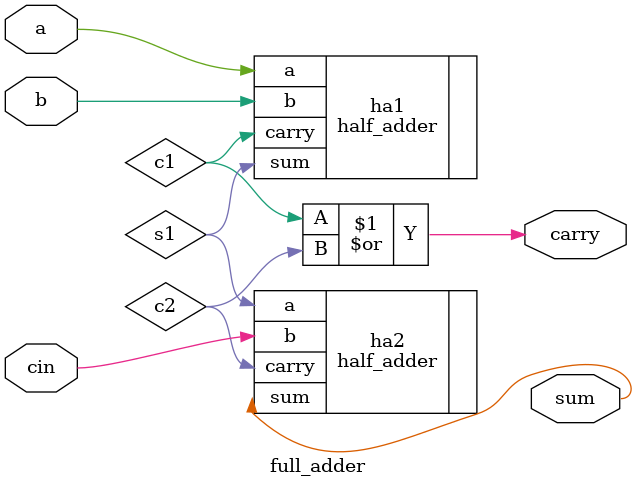
<source format=v>
`timescale 1ns / 1ps


module full_adder(
 input a, b , cin, 
 output sum, carry 
    );
    wire s1,c1,c2;
    half_adder ha1(.a(a),.b(b),.sum(s1),.carry(c1));
    half_adder ha2(.a(s1),.b(cin),.sum(sum),.carry(c2));
    
    assign carry = c1|c2;
endmodule

</source>
